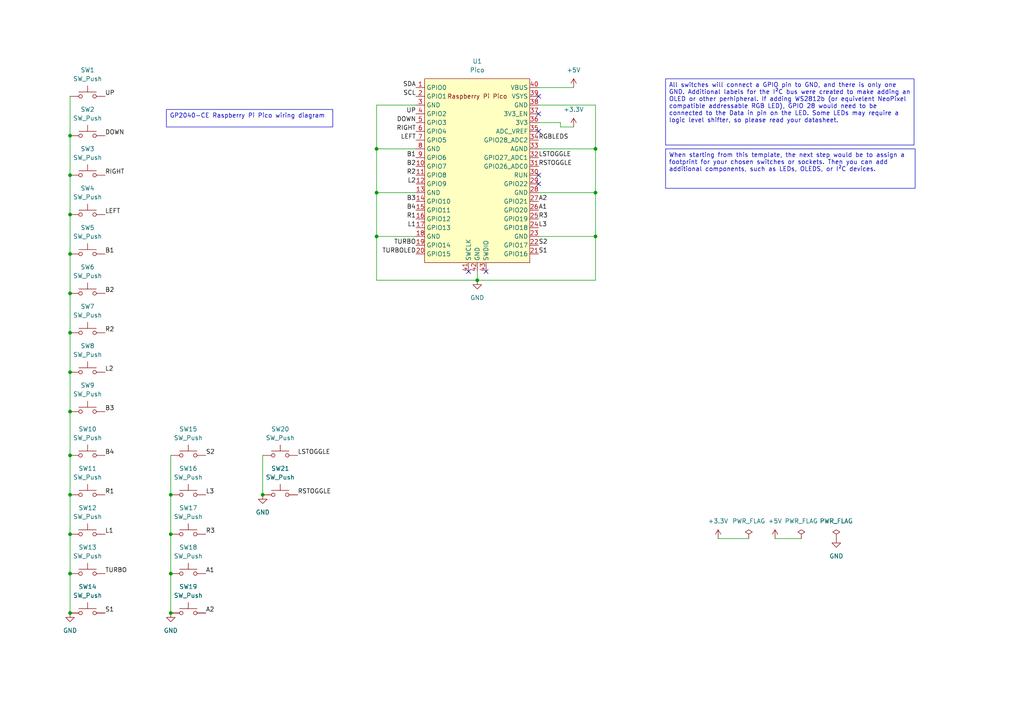
<source format=kicad_sch>
(kicad_sch (version 20230121) (generator eeschema)
  (paper "A4")
  (lib_symbols
    (symbol "MCU_RaspberryPi_and_Boards:Pico"
      (property "Reference" "U" (at -13.97 27.94 0))
      (property "Value" "Pico" (at 0 19.05 0))
      (symbol "Pico_0_0"
        (text "Raspberry Pi Pico" (at 0 21.59 0) (effects (font (size 1.27 1.27))))
      )
      (symbol "Pico_0_1"
        (rectangle (start -15.24 26.67) (end 15.24 -26.67) (fill (type background)))
      )
      (symbol "Pico_1_1"
        (pin bidirectional line (at -17.78 24.13 0) (length 2.54) (name "GPIO0") (number "1"))
        (pin bidirectional line (at -17.78 1.27 0) (length 2.54) (name "GPIO7") (number "10"))
        (pin bidirectional line (at -17.78 -1.27 0) (length 2.54) (name "GPIO8") (number "11"))
        (pin bidirectional line (at -17.78 -3.81 0) (length 2.54) (name "GPIO9") (number "12"))
        (pin power_in line (at -17.78 -6.35 0) (length 2.54) (name "GND") (number "13"))
        (pin bidirectional line (at -17.78 -8.89 0) (length 2.54) (name "GPIO10") (number "14"))
        (pin bidirectional line (at -17.78 -11.43 0) (length 2.54) (name "GPIO11") (number "15"))
        (pin bidirectional line (at -17.78 -13.97 0) (length 2.54) (name "GPIO12") (number "16"))
        (pin bidirectional line (at -17.78 -16.51 0) (length 2.54) (name "GPIO13") (number "17"))
        (pin power_in line (at -17.78 -19.05 0) (length 2.54) (name "GND") (number "18"))
        (pin bidirectional line (at -17.78 -21.59 0) (length 2.54) (name "GPIO14") (number "19"))
        (pin bidirectional line (at -17.78 21.59 0) (length 2.54) (name "GPIO1") (number "2"))
        (pin bidirectional line (at -17.78 -24.13 0) (length 2.54) (name "GPIO15") (number "20"))
        (pin bidirectional line (at 17.78 -24.13 180) (length 2.54) (name "GPIO16") (number "21"))
        (pin bidirectional line (at 17.78 -21.59 180) (length 2.54) (name "GPIO17") (number "22"))
        (pin power_in line (at 17.78 -19.05 180) (length 2.54) (name "GND") (number "23"))
        (pin bidirectional line (at 17.78 -16.51 180) (length 2.54) (name "GPIO18") (number "24"))
        (pin bidirectional line (at 17.78 -13.97 180) (length 2.54) (name "GPIO19") (number "25"))
        (pin bidirectional line (at 17.78 -11.43 180) (length 2.54) (name "GPIO20") (number "26"))
        (pin bidirectional line (at 17.78 -8.89 180) (length 2.54) (name "GPIO21") (number "27"))
        (pin power_in line (at 17.78 -6.35 180) (length 2.54) (name "GND") (number "28"))
        (pin bidirectional line (at 17.78 -3.81 180) (length 2.54) (name "GPIO22") (number "29"))
        (pin power_in line (at -17.78 19.05 0) (length 2.54) (name "GND") (number "3"))
        (pin input line (at 17.78 -1.27 180) (length 2.54) (name "RUN") (number "30"))
        (pin bidirectional line (at 17.78 1.27 180) (length 2.54) (name "GPIO26_ADC0") (number "31"))
        (pin bidirectional line (at 17.78 3.81 180) (length 2.54) (name "GPIO27_ADC1") (number "32"))
        (pin power_in line (at 17.78 6.35 180) (length 2.54) (name "AGND") (number "33"))
        (pin bidirectional line (at 17.78 8.89 180) (length 2.54) (name "GPIO28_ADC2") (number "34"))
        (pin power_in line (at 17.78 11.43 180) (length 2.54) (name "ADC_VREF") (number "35"))
        (pin power_in line (at 17.78 13.97 180) (length 2.54) (name "3V3") (number "36"))
        (pin input line (at 17.78 16.51 180) (length 2.54) (name "3V3_EN") (number "37"))
        (pin power_in line (at 17.78 19.05 180) (length 2.54) (name "GND") (number "38"))
        (pin power_in line (at 17.78 21.59 180) (length 2.54) (name "VSYS") (number "39"))
        (pin bidirectional line (at -17.78 16.51 0) (length 2.54) (name "GPIO2") (number "4"))
        (pin power_in line (at 17.78 24.13 180) (length 2.54) (name "VBUS") (number "40"))
        (pin input line (at -2.54 -29.21 90) (length 2.54) (name "SWCLK") (number "41"))
        (pin power_in line (at 0 -29.21 90) (length 2.54) (name "GND") (number "42"))
        (pin bidirectional line (at 2.54 -29.21 90) (length 2.54) (name "SWDIO") (number "43"))
        (pin bidirectional line (at -17.78 13.97 0) (length 2.54) (name "GPIO3") (number "5"))
        (pin bidirectional line (at -17.78 11.43 0) (length 2.54) (name "GPIO4") (number "6"))
        (pin bidirectional line (at -17.78 8.89 0) (length 2.54) (name "GPIO5") (number "7"))
        (pin power_in line (at -17.78 6.35 0) (length 2.54) (name "GND") (number "8"))
        (pin bidirectional line (at -17.78 3.81 0) (length 2.54) (name "GPIO6") (number "9"))
      )
    )
    (symbol "Switch:SW_Push" (pin_numbers hide) (pin_names (offset 1.016) hide)
      (property "Reference" "SW" (at 1.27 2.54 0))
      (property "Value" "SW_Push" (at 0 -1.524 0))
      (symbol "SW_Push_0_1"
        (circle (center -2.032 0) (radius 0.508))
        (polyline (pts (xy 0 1.27) (xy 0 3.048)))
        (polyline (pts (xy 2.54 1.27) (xy -2.54 1.27)))
        (circle (center 2.032 0) (radius 0.508))
        (pin passive line (at -5.08 0 0) (length 2.54) (name "1") (number "1"))
        (pin passive line (at 5.08 0 180) (length 2.54) (name "2") (number "2"))
      )
    )
    (symbol "power:+3.3V" (power) (pin_names (offset 0))
      (property "Value" "+3.3V" (at 0 3.556 0))
      (symbol "+3.3V_0_1"
        (polyline (pts (xy -0.762 1.27) (xy 0 2.54)))
        (polyline (pts (xy 0 0) (xy 0 2.54)))
        (polyline (pts (xy 0 2.54) (xy 0.762 1.27)))
      )
      (symbol "+3.3V_1_1"
        (pin power_in line (at 0 0 90) (length 0) hide (name "+3.3V") (number "1"))
      )
    )
    (symbol "power:+5V" (power) (pin_names (offset 0))
      (property "Value" "+5V" (at 0 3.556 0))
      (symbol "+5V_0_1"
        (polyline (pts (xy -0.762 1.27) (xy 0 2.54)))
        (polyline (pts (xy 0 0) (xy 0 2.54)))
        (polyline (pts (xy 0 2.54) (xy 0.762 1.27)))
      )
      (symbol "+5V_1_1"
        (pin power_in line (at 0 0 90) (length 0) hide (name "+5V") (number "1"))
      )
    )
    (symbol "power:GND" (power) (pin_names (offset 0))
      (property "Value" "GND" (at 0 -3.81 0))
      (symbol "GND_0_1"
        (polyline (pts (xy 0 0) (xy 0 -1.27) (xy 1.27 -1.27) (xy 0 -2.54) (xy -1.27 -1.27) (xy 0 -1.27)))
      )
      (symbol "GND_1_1"
        (pin power_in line (at 0 0 270) (length 0) hide (name "GND") (number "1"))
      )
    )
    (symbol "power:PWR_FLAG" (power) (pin_numbers hide) (pin_names (offset 0) hide)
      (property "Value" "PWR_FLAG" (at 0 3.81 0))
      (symbol "PWR_FLAG_0_0"
        (pin power_out line (at 0 0 90) (length 0) (name "pwr") (number "1"))
      )
      (symbol "PWR_FLAG_0_1"
        (polyline (pts (xy 0 0) (xy 0 1.27) (xy -1.016 1.905) (xy 0 2.54) (xy 1.016 1.905) (xy 0 1.27)))
      )
    )
  )
  (junction (at 20.32 132.08))
  (junction (at 20.32 177.8))
  (junction (at 172.72 43.18))
  (junction (at 49.53 143.51))
  (junction (at 49.53 166.37))
  (junction (at 20.32 154.94))
  (junction (at 172.72 55.88))
  (junction (at 49.53 154.94))
  (junction (at 20.32 85.09))
  (junction (at 20.32 143.51))
  (junction (at 20.32 39.37))
  (junction (at 20.32 50.8))
  (junction (at 20.32 62.23))
  (junction (at 20.32 119.38))
  (junction (at 20.32 166.37))
  (junction (at 76.2 143.51))
  (junction (at 109.22 55.88))
  (junction (at 20.32 96.52))
  (junction (at 49.53 177.8))
  (junction (at 172.72 68.58))
  (junction (at 20.32 107.95))
  (junction (at 109.22 68.58))
  (junction (at 138.43 81.28))
  (junction (at 109.22 43.18))
  (junction (at 20.32 73.66))
  (no_connect (at 156.21 53.34))
  (no_connect (at 135.89 78.74))
  (no_connect (at 156.21 27.94))
  (no_connect (at 156.21 33.02))
  (no_connect (at 156.21 50.8))
  (no_connect (at 140.97 78.74))
  (no_connect (at 156.21 38.1))
  (wire (pts (xy 109.22 55.88) (xy 109.22 43.18)))
  (wire (pts (xy 20.32 50.8) (xy 20.32 62.23)))
  (wire (pts (xy 49.53 154.94) (xy 49.53 166.37)))
  (wire (pts (xy 20.32 73.66) (xy 20.32 85.09)))
  (wire (pts (xy 138.43 78.74) (xy 138.43 81.28)))
  (wire (pts (xy 162.56 36.83) (xy 162.56 35.56)))
  (wire (pts (xy 172.72 30.48) (xy 156.21 30.48)))
  (wire (pts (xy 172.72 55.88) (xy 172.72 68.58)))
  (wire (pts (xy 20.32 154.94) (xy 20.32 166.37)))
  (wire (pts (xy 109.22 30.48) (xy 109.22 43.18)))
  (wire (pts (xy 156.21 55.88) (xy 172.72 55.88)))
  (wire (pts (xy 172.72 81.28) (xy 172.72 68.58)))
  (wire (pts (xy 20.32 107.95) (xy 20.32 119.38)))
  (wire (pts (xy 20.32 96.52) (xy 20.32 107.95)))
  (wire (pts (xy 166.37 36.83) (xy 162.56 36.83)))
  (wire (pts (xy 20.32 39.37) (xy 20.32 50.8)))
  (wire (pts (xy 20.32 62.23) (xy 20.32 73.66)))
  (wire (pts (xy 109.22 55.88) (xy 120.65 55.88)))
  (wire (pts (xy 172.72 43.18) (xy 172.72 30.48)))
  (wire (pts (xy 49.53 166.37) (xy 49.53 177.8)))
  (wire (pts (xy 162.56 35.56) (xy 156.21 35.56)))
  (wire (pts (xy 20.32 132.08) (xy 20.32 143.51)))
  (wire (pts (xy 138.43 81.28) (xy 172.72 81.28)))
  (wire (pts (xy 109.22 68.58) (xy 120.65 68.58)))
  (wire (pts (xy 172.72 55.88) (xy 172.72 43.18)))
  (wire (pts (xy 120.65 30.48) (xy 109.22 30.48)))
  (wire (pts (xy 20.32 27.94) (xy 20.32 39.37)))
  (wire (pts (xy 76.2 132.08) (xy 76.2 143.51)))
  (wire (pts (xy 49.53 132.08) (xy 49.53 143.51)))
  (wire (pts (xy 224.79 156.21) (xy 232.41 156.21)))
  (wire (pts (xy 20.32 166.37) (xy 20.32 177.8)))
  (wire (pts (xy 208.28 156.21) (xy 217.17 156.21)))
  (wire (pts (xy 109.22 43.18) (xy 120.65 43.18)))
  (wire (pts (xy 49.53 143.51) (xy 49.53 154.94)))
  (wire (pts (xy 20.32 85.09) (xy 20.32 96.52)))
  (wire (pts (xy 109.22 81.28) (xy 138.43 81.28)))
  (wire (pts (xy 109.22 68.58) (xy 109.22 81.28)))
  (wire (pts (xy 20.32 119.38) (xy 20.32 132.08)))
  (wire (pts (xy 20.32 143.51) (xy 20.32 154.94)))
  (wire (pts (xy 156.21 68.58) (xy 172.72 68.58)))
  (wire (pts (xy 156.21 25.4) (xy 166.37 25.4)))
  (wire (pts (xy 109.22 68.58) (xy 109.22 55.88)))
  (wire (pts (xy 156.21 43.18) (xy 172.72 43.18)))
  (text_box "When starting from this template, the next step would be to assign a footprint for your chosen switches or sockets. Then you can add additional components, such as LEDs, OLEDS, or I²C devices." (at 193.04 43.18 0) (size 72.39 11.43) (effects (font (size 1.27 1.27)) (justify left top)))
  (text_box "GP2040-CE Raspberry Pi Pico wiring diagram" (at 48.26 31.75 0) (size 48.26 5.08) (effects (font (size 1.27 1.27)) (justify left top)))
  (text_box "All switches will connect a GPIO pin to GND, and there is only one GND. Additional labels for the I²C bus were created to make adding an OLED or other perhipheral. If adding WS2812b (or equivelent NeoPixel compatible addressable RGB LED), GPIO 28 would need to be connected to the Data in pin on the LED. Some LEDs may require a logic level shifter, so please read your datasheet." (at 193.04 22.86 0) (size 72.0725 19.2089) (effects (font (size 1.27 1.27)) (justify left top)))
  (label "R3" (at 156.21 63.5 0))
  (label "TURBO" (at 30.48 166.37 0))
  (label "B3" (at 30.48 119.38 0))
  (label "UP" (at 120.65 33.02 180))
  (label "S2" (at 59.69 132.08 0))
  (label "B1" (at 120.65 45.72 180))
  (label "LSTOGGLE" (at 86.36 132.08 0))
  (label "RSTOGGLE" (at 86.36 143.51 0))
  (label "B4" (at 30.48 132.08 0))
  (label "L2" (at 120.65 53.34 180))
  (label "RIGHT" (at 30.48 50.8 0))
  (label "RGBLEDS" (at 156.21 40.64 0))
  (label "R2" (at 30.48 96.52 0))
  (label "SCL" (at 120.65 27.94 180))
  (label "SDA" (at 120.65 25.4 180))
  (label "S1" (at 30.48 177.8 0))
  (label "R1" (at 120.65 63.5 180))
  (label "L1" (at 30.48 154.94 0))
  (label "L1" (at 120.65 66.04 180))
  (label "LEFT" (at 30.48 62.23 0))
  (label "RSTOGGLE" (at 156.21 48.26 0))
  (label "S1" (at 156.21 73.66 0))
  (label "S2" (at 156.21 71.12 0))
  (label "A1" (at 156.21 60.96 0))
  (label "DOWN" (at 30.48 39.37 0))
  (label "B3" (at 120.65 58.42 180))
  (label "B1" (at 30.48 73.66 0))
  (label "LSTOGGLE" (at 156.21 45.72 0))
  (label "A2" (at 59.69 177.8 0))
  (label "L2" (at 30.48 107.95 0))
  (label "B2" (at 120.65 48.26 180))
  (label "TURBO" (at 120.65 71.12 180))
  (label "B2" (at 30.48 85.09 0))
  (label "LEFT" (at 120.65 40.64 180))
  (label "A1" (at 59.69 166.37 0))
  (label "B4" (at 120.65 60.96 180))
  (label "R3" (at 59.69 154.94 0))
  (label "TURBOLED" (at 120.65 73.66 180))
  (label "A2" (at 156.21 58.42 0))
  (label "L3" (at 156.21 66.04 0))
  (label "R2" (at 120.65 50.8 180))
  (label "RIGHT" (at 120.65 38.1 180))
  (label "L3" (at 59.69 143.51 0))
  (label "DOWN" (at 120.65 35.56 180))
  (label "UP" (at 30.48 27.94 0))
  (label "R1" (at 30.48 143.51 0))
  (symbol (lib_id "Switch:SW_Push") (at 25.4 177.8 0) (unit 1)
    (property "Reference" "SW14" (at 25.4 170.18 0))
    (property "Value" "SW_Push" (at 25.4 172.72 0))
  )
  (symbol (lib_id "Switch:SW_Push") (at 25.4 107.95 0) (unit 1)
    (property "Reference" "SW8" (at 25.4 100.33 0))
    (property "Value" "SW_Push" (at 25.4 102.87 0))
  )
  (symbol (lib_id "power:GND") (at 138.43 81.28 0) (unit 1)
    (property "Reference" "#PWR04" (effects hide))
    (property "Value" "GND" (at 138.43 86.36 0))
  )
  (symbol (lib_id "Switch:SW_Push") (at 25.4 62.23 0) (unit 1)
    (property "Reference" "SW4" (at 25.4 54.61 0))
    (property "Value" "SW_Push" (at 25.4 57.15 0))
  )
  (symbol (lib_id "Switch:SW_Push") (at 25.4 39.37 0) (unit 1)
    (property "Reference" "SW2" (at 25.4 31.75 0))
    (property "Value" "SW_Push" (at 25.4 34.29 0))
  )
  (symbol (lib_id "Switch:SW_Push") (at 25.4 132.08 0) (unit 1)
    (property "Reference" "SW10" (at 25.4 124.46 0))
    (property "Value" "SW_Push" (at 25.4 127 0))
  )
  (symbol (lib_id "power:PWR_FLAG") (at 217.17 156.21 0) (unit 1)
    (property "Reference" "#FLG01" (effects hide))
    (property "Value" "PWR_FLAG" (at 217.17 151.13 0))
  )
  (symbol (lib_id "Switch:SW_Push") (at 25.4 119.38 0) (unit 1)
    (property "Reference" "SW9" (at 25.4 111.76 0))
    (property "Value" "SW_Push" (at 25.4 114.3 0))
  )
  (symbol (lib_id "Switch:SW_Push") (at 25.4 50.8 0) (unit 1)
    (property "Reference" "SW3" (at 25.4 43.18 0))
    (property "Value" "SW_Push" (at 25.4 45.72 0))
  )
  (symbol (lib_id "Switch:SW_Push") (at 54.61 132.08 0) (unit 1)
    (property "Reference" "SW15" (at 54.61 124.46 0))
    (property "Value" "SW_Push" (at 54.61 127 0))
  )
  (symbol (lib_id "Switch:SW_Push") (at 25.4 166.37 0) (unit 1)
    (property "Reference" "SW13" (at 25.4 158.75 0))
    (property "Value" "SW_Push" (at 25.4 161.29 0))
  )
  (symbol (lib_id "power:GND") (at 49.53 177.8 0) (unit 1)
    (property "Reference" "#PWR02" (effects hide))
    (property "Value" "GND" (at 49.53 182.88 0))
  )
  (symbol (lib_id "power:+5V") (at 166.37 25.4 0) (unit 1)
    (property "Reference" "#PWR05" (effects hide))
    (property "Value" "+5V" (at 166.37 20.32 0))
  )
  (symbol (lib_id "Switch:SW_Push") (at 25.4 96.52 0) (unit 1)
    (property "Reference" "SW7" (at 25.4 88.9 0))
    (property "Value" "SW_Push" (at 25.4 91.44 0))
  )
  (symbol (lib_id "Switch:SW_Push") (at 25.4 143.51 0) (unit 1)
    (property "Reference" "SW11" (at 25.4 135.89 0))
    (property "Value" "SW_Push" (at 25.4 138.43 0))
  )
  (symbol (lib_id "power:GND") (at 242.57 156.21 0) (unit 1)
    (property "Reference" "#PWR09" (effects hide))
    (property "Value" "GND" (at 242.57 161.29 0))
  )
  (symbol (lib_id "Switch:SW_Push") (at 25.4 85.09 0) (unit 1)
    (property "Reference" "SW6" (at 25.4 77.47 0))
    (property "Value" "SW_Push" (at 25.4 80.01 0))
  )
  (symbol (lib_id "MCU_RaspberryPi_and_Boards:Pico") (at 138.43 49.53 0) (unit 1)
    (property "Reference" "U1" (at 138.43 17.78 0))
    (property "Value" "Pico" (at 138.43 20.32 0))
    (property "Footprint" "MCU_RaspberryPi_and_Boards:RPi_Pico_SMD_TH" (effects hide))
  )
  (symbol (lib_id "Switch:SW_Push") (at 54.61 154.94 0) (unit 1)
    (property "Reference" "SW17" (at 54.61 147.32 0))
    (property "Value" "SW_Push" (at 54.61 149.86 0))
  )
  (symbol (lib_id "Switch:SW_Push") (at 54.61 143.51 0) (unit 1)
    (property "Reference" "SW16" (at 54.61 135.89 0))
    (property "Value" "SW_Push" (at 54.61 138.43 0))
  )
  (symbol (lib_id "power:+5V") (at 224.79 156.21 0) (unit 1)
    (property "Reference" "#PWR08" (effects hide))
    (property "Value" "+5V" (at 224.79 151.13 0))
  )
  (symbol (lib_id "power:PWR_FLAG") (at 232.41 156.21 0) (unit 1)
    (property "Reference" "#FLG02" (effects hide))
    (property "Value" "PWR_FLAG" (at 232.41 151.13 0))
  )
  (symbol (lib_id "Switch:SW_Push") (at 81.28 143.51 0) (unit 1)
    (property "Reference" "SW21" (at 81.28 135.89 0))
    (property "Value" "SW_Push" (at 81.28 138.43 0))
  )
  (symbol (lib_id "Switch:SW_Push") (at 25.4 27.94 0) (unit 1)
    (property "Reference" "SW1" (at 25.4 20.32 0))
    (property "Value" "SW_Push" (at 25.4 22.86 0))
  )
  (symbol (lib_id "Switch:SW_Push") (at 54.61 166.37 0) (unit 1)
    (property "Reference" "SW18" (at 54.61 158.75 0))
    (property "Value" "SW_Push" (at 54.61 161.29 0))
  )
  (symbol (lib_id "power:+3.3V") (at 166.37 36.83 0) (unit 1)
    (property "Reference" "#PWR06" (effects hide))
    (property "Value" "+3.3V" (at 166.37 31.75 0))
  )
  (symbol (lib_id "power:GND") (at 76.2 143.51 0) (unit 1)
    (property "Reference" "#PWR03" (effects hide))
    (property "Value" "GND" (at 76.2 148.59 0))
  )
  (symbol (lib_id "Switch:SW_Push") (at 54.61 177.8 0) (unit 1)
    (property "Reference" "SW19" (at 54.61 170.18 0))
    (property "Value" "SW_Push" (at 54.61 172.72 0))
  )
  (symbol (lib_id "Switch:SW_Push") (at 25.4 73.66 0) (unit 1)
    (property "Reference" "SW5" (at 25.4 66.04 0))
    (property "Value" "SW_Push" (at 25.4 68.58 0))
  )
  (symbol (lib_id "Switch:SW_Push") (at 25.4 154.94 0) (unit 1)
    (property "Reference" "SW12" (at 25.4 147.32 0))
    (property "Value" "SW_Push" (at 25.4 149.86 0))
  )
  (symbol (lib_id "power:GND") (at 20.32 177.8 0) (unit 1)
    (property "Reference" "#PWR01" (effects hide))
    (property "Value" "GND" (at 20.32 182.88 0))
  )
  (symbol (lib_id "Switch:SW_Push") (at 81.28 132.08 0) (unit 1)
    (property "Reference" "SW20" (at 81.28 124.46 0))
    (property "Value" "SW_Push" (at 81.28 127 0))
  )
  (symbol (lib_id "power:PWR_FLAG") (at 242.57 156.21 0) (unit 1)
    (property "Reference" "#FLG03" (effects hide))
    (property "Value" "PWR_FLAG" (at 242.57 151.13 0))
  )
  (symbol (lib_id "power:+3.3V") (at 208.28 156.21 0) (unit 1)
    (property "Reference" "#PWR07" (effects hide))
    (property "Value" "+3.3V" (at 208.28 151.13 0))
  )
)
</source>
